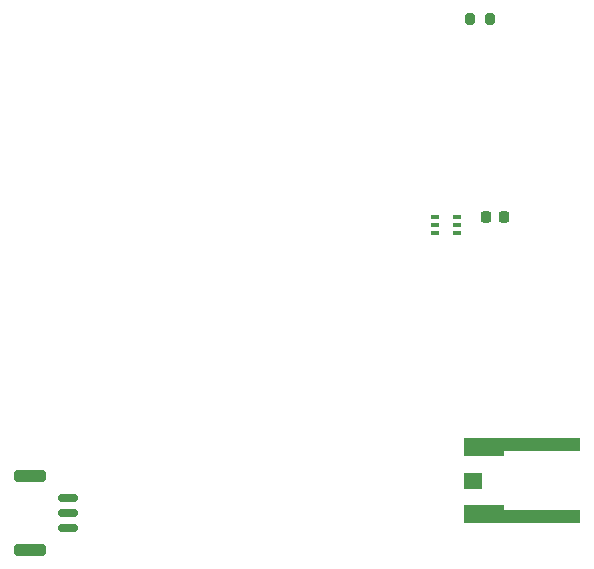
<source format=gbr>
%TF.GenerationSoftware,KiCad,Pcbnew,6.0.4-6f826c9f35~116~ubuntu20.04.1*%
%TF.CreationDate,2022-06-02T21:43:18+00:00*%
%TF.ProjectId,TFLORA01B,54464c4f-5241-4303-9142-2e6b69636164,rev?*%
%TF.SameCoordinates,Original*%
%TF.FileFunction,Paste,Top*%
%TF.FilePolarity,Positive*%
%FSLAX46Y46*%
G04 Gerber Fmt 4.6, Leading zero omitted, Abs format (unit mm)*
G04 Created by KiCad (PCBNEW 6.0.4-6f826c9f35~116~ubuntu20.04.1) date 2022-06-02 21:43:18*
%MOMM*%
%LPD*%
G01*
G04 APERTURE LIST*
G04 Aperture macros list*
%AMRoundRect*
0 Rectangle with rounded corners*
0 $1 Rounding radius*
0 $2 $3 $4 $5 $6 $7 $8 $9 X,Y pos of 4 corners*
0 Add a 4 corners polygon primitive as box body*
4,1,4,$2,$3,$4,$5,$6,$7,$8,$9,$2,$3,0*
0 Add four circle primitives for the rounded corners*
1,1,$1+$1,$2,$3*
1,1,$1+$1,$4,$5*
1,1,$1+$1,$6,$7*
1,1,$1+$1,$8,$9*
0 Add four rect primitives between the rounded corners*
20,1,$1+$1,$2,$3,$4,$5,0*
20,1,$1+$1,$4,$5,$6,$7,0*
20,1,$1+$1,$6,$7,$8,$9,0*
20,1,$1+$1,$8,$9,$2,$3,0*%
%AMFreePoly0*
4,1,7,1.675000,-0.750000,-1.675000,-0.750000,-1.675000,-0.350000,-8.125000,-0.350000,-8.125000,0.750000,1.675000,0.750000,1.675000,-0.750000,1.675000,-0.750000,$1*%
%AMFreePoly1*
4,1,7,8.125000,-0.350000,1.675000,-0.350000,1.675000,-0.750000,-1.675000,-0.750000,-1.675000,0.750000,8.125000,0.750000,8.125000,-0.350000,8.125000,-0.350000,$1*%
G04 Aperture macros list end*
%ADD10R,1.500000X1.450000*%
%ADD11FreePoly0,180.000000*%
%ADD12FreePoly1,0.000000*%
%ADD13RoundRect,0.200000X-0.200000X-0.275000X0.200000X-0.275000X0.200000X0.275000X-0.200000X0.275000X0*%
%ADD14R,0.650000X0.400000*%
%ADD15RoundRect,0.150000X-0.700000X0.150000X-0.700000X-0.150000X0.700000X-0.150000X0.700000X0.150000X0*%
%ADD16RoundRect,0.250000X-1.100000X0.250000X-1.100000X-0.250000X1.100000X-0.250000X1.100000X0.250000X0*%
%ADD17RoundRect,0.225000X-0.225000X-0.250000X0.225000X-0.250000X0.225000X0.250000X-0.225000X0.250000X0*%
G04 APERTURE END LIST*
D10*
%TO.C,J12*%
X175224800Y-114300000D03*
D11*
X176199800Y-117175000D03*
D12*
X176199800Y-111425000D03*
%TD*%
D13*
%TO.C,R3*%
X175004200Y-75228000D03*
X176654200Y-75228000D03*
%TD*%
D14*
%TO.C,U4*%
X172008800Y-92018800D03*
X172008800Y-92668800D03*
X172008800Y-93318800D03*
X173908800Y-93318800D03*
X173908800Y-92668800D03*
X173908800Y-92018800D03*
%TD*%
D15*
%TO.C,J2*%
X140940400Y-115793200D03*
X140940400Y-117043200D03*
X140940400Y-118293200D03*
D16*
X137740400Y-113943200D03*
X137740400Y-120143200D03*
%TD*%
D17*
%TO.C,C3*%
X176313800Y-91998800D03*
X177863800Y-91998800D03*
%TD*%
M02*

</source>
